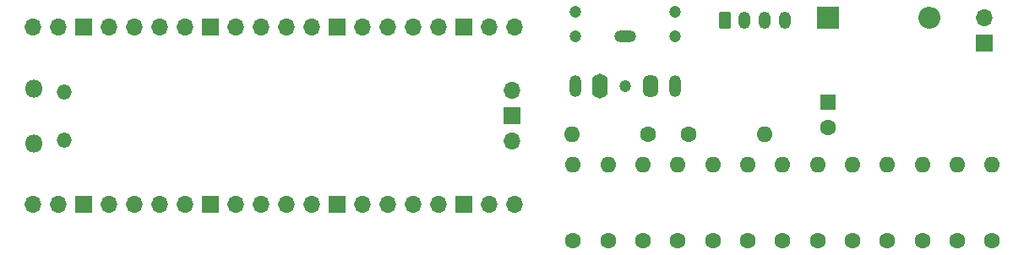
<source format=gbr>
%TF.GenerationSoftware,KiCad,Pcbnew,8.0.3*%
%TF.CreationDate,2024-06-25T21:05:21+01:00*%
%TF.ProjectId,PicoMIDITouchKeyboard,5069636f-4d49-4444-9954-6f7563684b65,rev?*%
%TF.SameCoordinates,Original*%
%TF.FileFunction,Soldermask,Bot*%
%TF.FilePolarity,Negative*%
%FSLAX46Y46*%
G04 Gerber Fmt 4.6, Leading zero omitted, Abs format (unit mm)*
G04 Created by KiCad (PCBNEW 8.0.3) date 2024-06-25 21:05:21*
%MOMM*%
%LPD*%
G01*
G04 APERTURE LIST*
G04 Aperture macros list*
%AMRoundRect*
0 Rectangle with rounded corners*
0 $1 Rounding radius*
0 $2 $3 $4 $5 $6 $7 $8 $9 X,Y pos of 4 corners*
0 Add a 4 corners polygon primitive as box body*
4,1,4,$2,$3,$4,$5,$6,$7,$8,$9,$2,$3,0*
0 Add four circle primitives for the rounded corners*
1,1,$1+$1,$2,$3*
1,1,$1+$1,$4,$5*
1,1,$1+$1,$6,$7*
1,1,$1+$1,$8,$9*
0 Add four rect primitives between the rounded corners*
20,1,$1+$1,$2,$3,$4,$5,0*
20,1,$1+$1,$4,$5,$6,$7,0*
20,1,$1+$1,$6,$7,$8,$9,0*
20,1,$1+$1,$8,$9,$2,$3,0*%
G04 Aperture macros list end*
%ADD10RoundRect,0.250000X-0.350000X-0.625000X0.350000X-0.625000X0.350000X0.625000X-0.350000X0.625000X0*%
%ADD11O,1.200000X1.750000*%
%ADD12C,1.600000*%
%ADD13O,1.600000X1.600000*%
%ADD14R,1.600000X1.600000*%
%ADD15C,1.200000*%
%ADD16O,1.200000X2.200000*%
%ADD17O,1.600000X2.300000*%
%ADD18O,2.200000X1.200000*%
%ADD19O,1.600000X2.500000*%
%ADD20O,1.800000X1.800000*%
%ADD21O,1.500000X1.500000*%
%ADD22O,1.700000X1.700000*%
%ADD23R,1.700000X1.700000*%
%ADD24R,2.200000X2.200000*%
%ADD25O,2.200000X2.200000*%
G04 APERTURE END LIST*
D10*
%TO.C,J3*%
X121190000Y-87884000D03*
D11*
X123190000Y-87884000D03*
X125190000Y-87884000D03*
X127190000Y-87884000D03*
%TD*%
D12*
%TO.C,R2*%
X120000000Y-110000000D03*
D13*
X120000000Y-102380000D03*
%TD*%
D12*
%TO.C,R7*%
X127000000Y-110000000D03*
D13*
X127000000Y-102380000D03*
%TD*%
D12*
%TO.C,R10*%
X137500000Y-110000000D03*
D13*
X137500000Y-102380000D03*
%TD*%
D12*
%TO.C,R11*%
X141000000Y-110000000D03*
D13*
X141000000Y-102380000D03*
%TD*%
D12*
%TO.C,R5*%
X109500000Y-110000000D03*
D13*
X109500000Y-102380000D03*
%TD*%
D12*
%TO.C,R6*%
X106000000Y-110000000D03*
D13*
X106000000Y-102380000D03*
%TD*%
D12*
%TO.C,R13*%
X148000000Y-110000000D03*
D13*
X148000000Y-102380000D03*
%TD*%
D14*
%TO.C,C1*%
X131572000Y-96099621D03*
D12*
X131572000Y-98599621D03*
%TD*%
D15*
%TO.C,J1*%
X116230000Y-89500000D03*
X116230000Y-87000000D03*
X111230000Y-94500000D03*
X106230000Y-89500000D03*
X106230000Y-87000000D03*
D16*
X116230000Y-94500000D03*
D17*
X113730000Y-94500000D03*
D18*
X111230000Y-89500000D03*
D16*
X106230000Y-94500000D03*
D19*
X108730000Y-94500000D03*
%TD*%
D12*
%TO.C,R1*%
X123500000Y-110000000D03*
D13*
X123500000Y-102380000D03*
%TD*%
D12*
%TO.C,R8*%
X130500000Y-110000000D03*
D13*
X130500000Y-102380000D03*
%TD*%
D12*
%TO.C,R14*%
X117602000Y-99314000D03*
D13*
X125222000Y-99314000D03*
%TD*%
D12*
%TO.C,R12*%
X144500000Y-110000000D03*
D13*
X144500000Y-102380000D03*
%TD*%
D12*
%TO.C,R15*%
X113538000Y-99314000D03*
D13*
X105918000Y-99314000D03*
%TD*%
D20*
%TO.C,U1*%
X52000000Y-100195000D03*
D21*
X55030000Y-99895000D03*
X55030000Y-95045000D03*
D20*
X52000000Y-94745000D03*
D22*
X51870000Y-106360000D03*
X54410000Y-106360000D03*
D23*
X56950000Y-106360000D03*
D22*
X59490000Y-106360000D03*
X62030000Y-106360000D03*
X64570000Y-106360000D03*
X67110000Y-106360000D03*
D23*
X69650000Y-106360000D03*
D22*
X72190000Y-106360000D03*
X74730000Y-106360000D03*
X77270000Y-106360000D03*
X79810000Y-106360000D03*
D23*
X82350000Y-106360000D03*
D22*
X84890000Y-106360000D03*
X87430000Y-106360000D03*
X89970000Y-106360000D03*
X92510000Y-106360000D03*
D23*
X95050000Y-106360000D03*
D22*
X97590000Y-106360000D03*
X100130000Y-106360000D03*
X100130000Y-88580000D03*
X97590000Y-88580000D03*
D23*
X95050000Y-88580000D03*
D22*
X92510000Y-88580000D03*
X89970000Y-88580000D03*
X87430000Y-88580000D03*
X84890000Y-88580000D03*
D23*
X82350000Y-88580000D03*
D22*
X79810000Y-88580000D03*
X77270000Y-88580000D03*
X74730000Y-88580000D03*
X72190000Y-88580000D03*
D23*
X69650000Y-88580000D03*
D22*
X67110000Y-88580000D03*
X64570000Y-88580000D03*
X62030000Y-88580000D03*
X59490000Y-88580000D03*
D23*
X56950000Y-88580000D03*
D22*
X54410000Y-88580000D03*
X51870000Y-88580000D03*
X99900000Y-100010000D03*
D23*
X99900000Y-97470000D03*
D22*
X99900000Y-94930000D03*
%TD*%
D24*
%TO.C,D1*%
X131572000Y-87630000D03*
D25*
X141732000Y-87630000D03*
%TD*%
D23*
%TO.C,J2*%
X147180000Y-90200000D03*
D22*
X147180000Y-87660000D03*
%TD*%
D12*
%TO.C,R3*%
X116500000Y-110000000D03*
D13*
X116500000Y-102380000D03*
%TD*%
D12*
%TO.C,R4*%
X113000000Y-110000000D03*
D13*
X113000000Y-102380000D03*
%TD*%
D12*
%TO.C,R9*%
X134000000Y-110000000D03*
D13*
X134000000Y-102380000D03*
%TD*%
M02*

</source>
